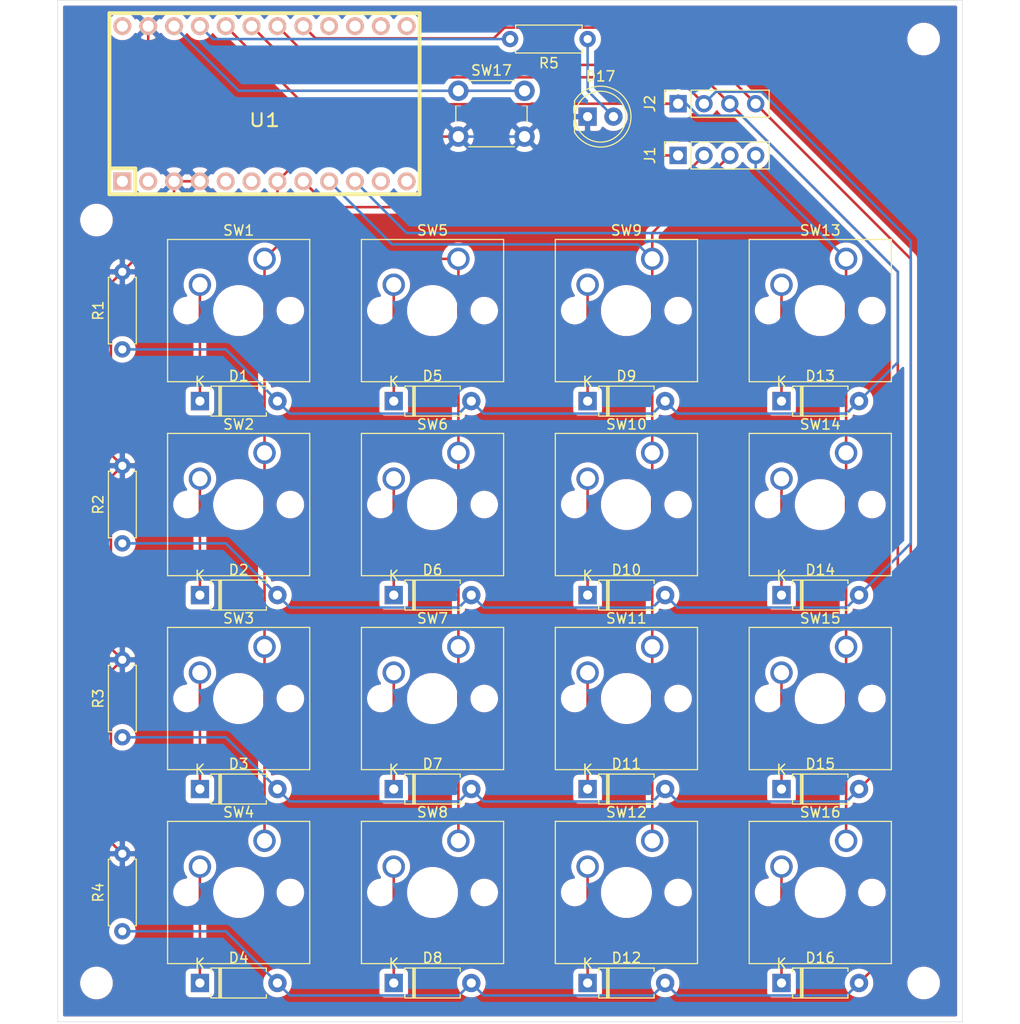
<source format=kicad_pcb>
(kicad_pcb (version 20171130) (host pcbnew "(5.1.5)-3")
  (layers (0 F.Cu signal) (31 B.Cu signal) (34 B.Paste user) (35 F.Paste user) (36 B.SilkS user) (37 F.SilkS user) (38 B.Mask user) (39 F.Mask user) (44 Edge.Cuts user))
  (net 0 "")
  (net 1 /Row0)
  (net 2 "Net-(D1-Pad1)")
  (net 3 /Row1)
  (net 4 "Net-(D2-Pad1)")
  (net 5 /Row2)
  (net 6 "Net-(D3-Pad1)")
  (net 7 /Row3)
  (net 8 "Net-(D4-Pad1)")
  (net 9 "Net-(D5-Pad1)")
  (net 10 "Net-(D6-Pad1)")
  (net 11 "Net-(D7-Pad1)")
  (net 12 "Net-(D8-Pad1)")
  (net 13 "Net-(D9-Pad1)")
  (net 14 "Net-(D10-Pad1)")
  (net 15 "Net-(D11-Pad1)")
  (net 16 "Net-(D12-Pad1)")
  (net 17 "Net-(D13-Pad1)")
  (net 18 "Net-(D14-Pad1)")
  (net 19 "Net-(D15-Pad1)")
  (net 20 "Net-(D16-Pad1)")
  (net 21 GND)
  (net 22 "Net-(D17-Pad2)")
  (net 23 /Col0)
  (net 24 /Col1)
  (net 25 /Col2)
  (net 26 /Col3)
  (net 27 /VCC)
  (net 28 /RST_SW)
  (net 29 "Net-(U1-Pad1)")
  (net 30 "Net-(U1-Pad2)")
  (net 31 "Net-(U1-Pad5)")
  (net 32 "Net-(U1-Pad6)")
  (net 33 "Net-(U1-Pad11)")
  (net 34 "Net-(U1-Pad12)")
  (net 35 "Net-(U1-Pad13)")
  (net 36 "Net-(U1-Pad14)")
  (net 37 "Net-(U1-Pad15)")
  (net 38 "Net-(U1-Pad16)")
  (net 39 "Net-(U1-Pad24)")
  (module MountingHole:MountingHole_2.2mm_M2 (layer F.Cu) (at 41.91 148.59)
    (fp_text reference REF** hide)
    (fp_text value MountingHole_2.2mm_M2)
    (pad 1 np_thru_hole circle (at 0 0) (size 2.2 2.2) (drill 2.2) (layers *.Cu *.Mask))
  )
  (module MountingHole:MountingHole_2.2mm_M2 (layer F.Cu) (at 123.19 148.59)
    (fp_text reference REF** hide)
    (fp_text value MountingHole_2.2mm_M2)
    (pad 1 np_thru_hole circle (at 0 0) (size 2.2 2.2) (drill 2.2) (layers *.Cu *.Mask))
  )
  (module MountingHole:MountingHole_2.2mm_M2 (layer F.Cu) (at 41.91 73.66)
    (fp_text reference REF** hide)
    (fp_text value MountingHole_2.2mm_M2)
    (pad 1 np_thru_hole circle (at 0 0) (size 2.2 2.2) (drill 2.2) (layers *.Cu *.Mask))
  )
  (module MountingHole:MountingHole_2.2mm_M2 (layer F.Cu) (at 123.19 55.88)
    (fp_text reference REF** hide)
    (fp_text value MountingHole_2.2mm_M2)
    (pad 1 np_thru_hole circle (at 0 0) (size 2.2 2.2) (drill 2.2) (layers *.Cu *.Mask))
  )
  (module Diode_THT:D_A-405_P7.62mm_Horizontal (layer F.Cu) (at 52.07 91.44)
    (fp_text reference D1 (at 3.81 -2.47) (layer F.SilkS))
    (fp_text value DIODE)
    (fp_text user K (at 0 -1.9) (layer F.SilkS))
    (pad 2 thru_hole oval (at 7.62 0) (size 1.8 1.8) (drill 0.9) (layers *.Cu *.Mask) (net 1 /Row0))
    (pad 1 thru_hole rect (at 0 0) (size 1.8 1.8) (drill 0.9) (layers *.Cu *.Mask) (net 2 "Net-(D1-Pad1)"))
  )
  (module Diode_THT:D_A-405_P7.62mm_Horizontal (layer F.Cu) (at 52.07 110.49)
    (fp_text reference D2 (at 3.81 -2.47) (layer F.SilkS))
    (fp_text value DIODE)
    (fp_text user K (at 0 -1.9) (layer F.SilkS))
    (pad 2 thru_hole oval (at 7.62 0) (size 1.8 1.8) (drill 0.9) (layers *.Cu *.Mask) (net 3 /Row1))
    (pad 1 thru_hole rect (at 0 0) (size 1.8 1.8) (drill 0.9) (layers *.Cu *.Mask) (net 4 "Net-(D2-Pad1)"))
  )
  (module Diode_THT:D_A-405_P7.62mm_Horizontal (layer F.Cu) (at 52.07 129.54)
    (fp_text reference D3 (at 3.81 -2.47) (layer F.SilkS))
    (fp_text value DIODE)
    (fp_text user K (at 0 -1.9) (layer F.SilkS))
    (pad 2 thru_hole oval (at 7.62 0) (size 1.8 1.8) (drill 0.9) (layers *.Cu *.Mask) (net 5 /Row2))
    (pad 1 thru_hole rect (at 0 0) (size 1.8 1.8) (drill 0.9) (layers *.Cu *.Mask) (net 6 "Net-(D3-Pad1)"))
  )
  (module Diode_THT:D_A-405_P7.62mm_Horizontal (layer F.Cu) (at 52.07 148.59)
    (fp_text reference D4 (at 3.81 -2.47) (layer F.SilkS))
    (fp_text value DIODE)
    (fp_text user K (at 0 -1.9) (layer F.SilkS))
    (pad 2 thru_hole oval (at 7.62 0) (size 1.8 1.8) (drill 0.9) (layers *.Cu *.Mask) (net 7 /Row3))
    (pad 1 thru_hole rect (at 0 0) (size 1.8 1.8) (drill 0.9) (layers *.Cu *.Mask) (net 8 "Net-(D4-Pad1)"))
  )
  (module Diode_THT:D_A-405_P7.62mm_Horizontal (layer F.Cu) (at 71.12 91.44)
    (fp_text reference D5 (at 3.81 -2.47) (layer F.SilkS))
    (fp_text value DIODE)
    (fp_text user K (at 0 -1.9) (layer F.SilkS))
    (pad 1 thru_hole rect (at 0 0) (size 1.8 1.8) (drill 0.9) (layers *.Cu *.Mask) (net 9 "Net-(D5-Pad1)"))
    (pad 2 thru_hole oval (at 7.62 0) (size 1.8 1.8) (drill 0.9) (layers *.Cu *.Mask) (net 1 /Row0))
  )
  (module Diode_THT:D_A-405_P7.62mm_Horizontal (layer F.Cu) (at 71.12 110.49)
    (fp_text reference D6 (at 3.81 -2.47) (layer F.SilkS))
    (fp_text value DIODE)
    (fp_text user K (at 0 -1.9) (layer F.SilkS))
    (pad 1 thru_hole rect (at 0 0) (size 1.8 1.8) (drill 0.9) (layers *.Cu *.Mask) (net 10 "Net-(D6-Pad1)"))
    (pad 2 thru_hole oval (at 7.62 0) (size 1.8 1.8) (drill 0.9) (layers *.Cu *.Mask) (net 3 /Row1))
  )
  (module Diode_THT:D_A-405_P7.62mm_Horizontal (layer F.Cu) (at 71.12 129.54)
    (fp_text reference D7 (at 3.81 -2.47) (layer F.SilkS))
    (fp_text value DIODE)
    (fp_text user K (at 0 -1.9) (layer F.SilkS))
    (pad 1 thru_hole rect (at 0 0) (size 1.8 1.8) (drill 0.9) (layers *.Cu *.Mask) (net 11 "Net-(D7-Pad1)"))
    (pad 2 thru_hole oval (at 7.62 0) (size 1.8 1.8) (drill 0.9) (layers *.Cu *.Mask) (net 5 /Row2))
  )
  (module Diode_THT:D_A-405_P7.62mm_Horizontal (layer F.Cu) (at 71.12 148.59)
    (fp_text reference D8 (at 3.81 -2.47) (layer F.SilkS))
    (fp_text value DIODE)
    (fp_text user K (at 0 -1.9) (layer F.SilkS))
    (pad 1 thru_hole rect (at 0 0) (size 1.8 1.8) (drill 0.9) (layers *.Cu *.Mask) (net 12 "Net-(D8-Pad1)"))
    (pad 2 thru_hole oval (at 7.62 0) (size 1.8 1.8) (drill 0.9) (layers *.Cu *.Mask) (net 7 /Row3))
  )
  (module Diode_THT:D_A-405_P7.62mm_Horizontal (layer F.Cu) (at 90.17 91.44)
    (fp_text reference D9 (at 3.81 -2.47) (layer F.SilkS))
    (fp_text value DIODE)
    (fp_text user K (at 0 -1.9) (layer F.SilkS))
    (pad 2 thru_hole oval (at 7.62 0) (size 1.8 1.8) (drill 0.9) (layers *.Cu *.Mask) (net 1 /Row0))
    (pad 1 thru_hole rect (at 0 0) (size 1.8 1.8) (drill 0.9) (layers *.Cu *.Mask) (net 13 "Net-(D9-Pad1)"))
  )
  (module Diode_THT:D_A-405_P7.62mm_Horizontal (layer F.Cu) (at 90.17 110.49)
    (fp_text reference D10 (at 3.81 -2.47) (layer F.SilkS))
    (fp_text value DIODE)
    (fp_text user K (at 0 -1.9) (layer F.SilkS))
    (pad 2 thru_hole oval (at 7.62 0) (size 1.8 1.8) (drill 0.9) (layers *.Cu *.Mask) (net 3 /Row1))
    (pad 1 thru_hole rect (at 0 0) (size 1.8 1.8) (drill 0.9) (layers *.Cu *.Mask) (net 14 "Net-(D10-Pad1)"))
  )
  (module Diode_THT:D_A-405_P7.62mm_Horizontal (layer F.Cu) (at 90.17 129.54)
    (fp_text reference D11 (at 3.81 -2.47) (layer F.SilkS))
    (fp_text value DIODE)
    (fp_text user K (at 0 -1.9) (layer F.SilkS))
    (pad 2 thru_hole oval (at 7.62 0) (size 1.8 1.8) (drill 0.9) (layers *.Cu *.Mask) (net 5 /Row2))
    (pad 1 thru_hole rect (at 0 0) (size 1.8 1.8) (drill 0.9) (layers *.Cu *.Mask) (net 15 "Net-(D11-Pad1)"))
  )
  (module Diode_THT:D_A-405_P7.62mm_Horizontal (layer F.Cu) (at 90.17 148.59)
    (fp_text reference D12 (at 3.81 -2.47) (layer F.SilkS))
    (fp_text value DIODE)
    (fp_text user K (at 0 -1.9) (layer F.SilkS))
    (pad 2 thru_hole oval (at 7.62 0) (size 1.8 1.8) (drill 0.9) (layers *.Cu *.Mask) (net 7 /Row3))
    (pad 1 thru_hole rect (at 0 0) (size 1.8 1.8) (drill 0.9) (layers *.Cu *.Mask) (net 16 "Net-(D12-Pad1)"))
  )
  (module Diode_THT:D_A-405_P7.62mm_Horizontal (layer F.Cu) (at 109.22 91.44)
    (fp_text reference D13 (at 3.81 -2.47) (layer F.SilkS))
    (fp_text value DIODE)
    (fp_text user K (at 0 -1.9) (layer F.SilkS))
    (pad 1 thru_hole rect (at 0 0) (size 1.8 1.8) (drill 0.9) (layers *.Cu *.Mask) (net 17 "Net-(D13-Pad1)"))
    (pad 2 thru_hole oval (at 7.62 0) (size 1.8 1.8) (drill 0.9) (layers *.Cu *.Mask) (net 1 /Row0))
  )
  (module Diode_THT:D_A-405_P7.62mm_Horizontal (layer F.Cu) (at 109.22 110.49)
    (fp_text reference D14 (at 3.81 -2.47) (layer F.SilkS))
    (fp_text value DIODE)
    (fp_text user K (at 0 -1.9) (layer F.SilkS))
    (pad 1 thru_hole rect (at 0 0) (size 1.8 1.8) (drill 0.9) (layers *.Cu *.Mask) (net 18 "Net-(D14-Pad1)"))
    (pad 2 thru_hole oval (at 7.62 0) (size 1.8 1.8) (drill 0.9) (layers *.Cu *.Mask) (net 3 /Row1))
  )
  (module Diode_THT:D_A-405_P7.62mm_Horizontal (layer F.Cu) (at 109.22 129.54)
    (fp_text reference D15 (at 3.81 -2.47) (layer F.SilkS))
    (fp_text value DIODE)
    (fp_text user K (at 0 -1.9) (layer F.SilkS))
    (pad 1 thru_hole rect (at 0 0) (size 1.8 1.8) (drill 0.9) (layers *.Cu *.Mask) (net 19 "Net-(D15-Pad1)"))
    (pad 2 thru_hole oval (at 7.62 0) (size 1.8 1.8) (drill 0.9) (layers *.Cu *.Mask) (net 5 /Row2))
  )
  (module Diode_THT:D_A-405_P7.62mm_Horizontal (layer F.Cu) (at 109.22 148.59)
    (fp_text reference D16 (at 3.81 -2.47) (layer F.SilkS))
    (fp_text value DIODE)
    (fp_text user K (at 0 -1.9) (layer F.SilkS))
    (pad 1 thru_hole rect (at 0 0) (size 1.8 1.8) (drill 0.9) (layers *.Cu *.Mask) (net 20 "Net-(D16-Pad1)"))
    (pad 2 thru_hole oval (at 7.62 0) (size 1.8 1.8) (drill 0.9) (layers *.Cu *.Mask) (net 7 /Row3))
  )
  (module LED_THT:LED_D5.0mm (layer F.Cu) (at 90.17 63.5)
    (fp_text reference D17 (at 1.27 -3.96) (layer F.SilkS))
    (fp_text value LED)
    (pad 1 thru_hole rect (at 0 0) (size 1.8 1.8) (drill 0.9) (layers *.Cu *.Mask) (net 21 GND))
    (pad 2 thru_hole circle (at 2.54 0) (size 1.8 1.8) (drill 0.9) (layers *.Cu *.Mask) (net 22 "Net-(D17-Pad2)"))
  )
  (module Connector_PinSocket_2.54mm:PinSocket_1x04_P2.54mm_Vertical (layer F.Cu) (at 99.06 67.31 90)
    (fp_text reference J1 (at 0 -2.77 90) (layer F.SilkS))
    (fp_text value Conn_01x04_Female)
    (pad 1 thru_hole rect (at 0 0 90) (size 1.7 1.7) (drill 1) (layers *.Cu *.Mask) (net 23 /Col0))
    (pad 2 thru_hole oval (at 0 2.54 90) (size 1.7 1.7) (drill 1) (layers *.Cu *.Mask) (net 24 /Col1))
    (pad 3 thru_hole oval (at 0 5.08 90) (size 1.7 1.7) (drill 1) (layers *.Cu *.Mask) (net 25 /Col2))
    (pad 4 thru_hole oval (at 0 7.62 90) (size 1.7 1.7) (drill 1) (layers *.Cu *.Mask) (net 26 /Col3))
  )
  (module Connector_PinSocket_2.54mm:PinSocket_1x04_P2.54mm_Vertical (layer F.Cu) (at 99.06 62.23 90)
    (fp_text reference J2 (at 0 -2.77 90) (layer F.SilkS))
    (fp_text value Conn_01x04_Female)
    (pad 4 thru_hole oval (at 0 7.62 90) (size 1.7 1.7) (drill 1) (layers *.Cu *.Mask) (net 7 /Row3))
    (pad 3 thru_hole oval (at 0 5.08 90) (size 1.7 1.7) (drill 1) (layers *.Cu *.Mask) (net 5 /Row2))
    (pad 2 thru_hole oval (at 0 2.54 90) (size 1.7 1.7) (drill 1) (layers *.Cu *.Mask) (net 3 /Row1))
    (pad 1 thru_hole rect (at 0 0 90) (size 1.7 1.7) (drill 1) (layers *.Cu *.Mask) (net 1 /Row0))
  )
  (module Resistor_THT:R_Axial_DIN0207_L6.3mm_D2.5mm_P7.62mm_Horizontal (layer F.Cu) (at 44.45 86.36 90)
    (fp_text reference R1 (at 3.81 -2.37 90) (layer F.SilkS))
    (fp_text value R)
    (pad 2 thru_hole oval (at 7.62 0 90) (size 1.6 1.6) (drill 0.8) (layers *.Cu *.Mask) (net 21 GND))
    (pad 1 thru_hole circle (at 0 0 90) (size 1.6 1.6) (drill 0.8) (layers *.Cu *.Mask) (net 1 /Row0))
  )
  (module Resistor_THT:R_Axial_DIN0207_L6.3mm_D2.5mm_P7.62mm_Horizontal (layer F.Cu) (at 44.45 105.41 90)
    (fp_text reference R2 (at 3.81 -2.37 90) (layer F.SilkS))
    (fp_text value R)
    (pad 2 thru_hole oval (at 7.62 0 90) (size 1.6 1.6) (drill 0.8) (layers *.Cu *.Mask) (net 21 GND))
    (pad 1 thru_hole circle (at 0 0 90) (size 1.6 1.6) (drill 0.8) (layers *.Cu *.Mask) (net 3 /Row1))
  )
  (module Resistor_THT:R_Axial_DIN0207_L6.3mm_D2.5mm_P7.62mm_Horizontal (layer F.Cu) (at 44.45 124.46 90)
    (fp_text reference R3 (at 3.81 -2.37 90) (layer F.SilkS))
    (fp_text value R)
    (pad 1 thru_hole circle (at 0 0 90) (size 1.6 1.6) (drill 0.8) (layers *.Cu *.Mask) (net 5 /Row2))
    (pad 2 thru_hole oval (at 7.62 0 90) (size 1.6 1.6) (drill 0.8) (layers *.Cu *.Mask) (net 21 GND))
  )
  (module Resistor_THT:R_Axial_DIN0207_L6.3mm_D2.5mm_P7.62mm_Horizontal (layer F.Cu) (at 44.45 143.51 90)
    (fp_text reference R4 (at 3.81 -2.37 90) (layer F.SilkS))
    (fp_text value R)
    (pad 1 thru_hole circle (at 0 0 90) (size 1.6 1.6) (drill 0.8) (layers *.Cu *.Mask) (net 7 /Row3))
    (pad 2 thru_hole oval (at 7.62 0 90) (size 1.6 1.6) (drill 0.8) (layers *.Cu *.Mask) (net 21 GND))
  )
  (module Resistor_THT:R_Axial_DIN0207_L6.3mm_D2.5mm_P7.62mm_Horizontal (layer F.Cu) (at 90.17 55.88 180)
    (fp_text reference R5 (at 3.81 -2.37) (layer F.SilkS))
    (fp_text value R)
    (pad 1 thru_hole circle (at 0 0 180) (size 1.6 1.6) (drill 0.8) (layers *.Cu *.Mask) (net 22 "Net-(D17-Pad2)"))
    (pad 2 thru_hole oval (at 7.62 0 180) (size 1.6 1.6) (drill 0.8) (layers *.Cu *.Mask) (net 27 /VCC))
  )
  (module Button_Switch_Keyboard:SW_Cherry_MX_1.00u_PCB (layer F.Cu) (at 58.42 77.47)
    (fp_text reference SW1 (at -2.54 -2.794) (layer F.SilkS))
    (fp_text value SW_PUSH)
    (pad 1 thru_hole circle (at 0 0) (size 2.2 2.2) (drill 1.5) (layers *.Cu *.Mask) (net 23 /Col0))
    (pad 2 thru_hole circle (at -6.35 2.54) (size 2.2 2.2) (drill 1.5) (layers *.Cu *.Mask) (net 2 "Net-(D1-Pad1)"))
    (pad "" np_thru_hole circle (at -2.54 5.08) (size 4 4) (drill 4) (layers *.Cu *.Mask))
    (pad "" np_thru_hole circle (at -7.62 5.08) (size 1.7 1.7) (drill 1.7) (layers *.Cu *.Mask))
    (pad "" np_thru_hole circle (at 2.54 5.08) (size 1.7 1.7) (drill 1.7) (layers *.Cu *.Mask))
  )
  (module Button_Switch_Keyboard:SW_Cherry_MX_1.00u_PCB (layer F.Cu) (at 58.42 96.52)
    (fp_text reference SW2 (at -2.54 -2.794) (layer F.SilkS))
    (fp_text value SW_PUSH)
    (pad 1 thru_hole circle (at 0 0) (size 2.2 2.2) (drill 1.5) (layers *.Cu *.Mask) (net 23 /Col0))
    (pad 2 thru_hole circle (at -6.35 2.54) (size 2.2 2.2) (drill 1.5) (layers *.Cu *.Mask) (net 4 "Net-(D2-Pad1)"))
    (pad "" np_thru_hole circle (at -2.54 5.08) (size 4 4) (drill 4) (layers *.Cu *.Mask))
    (pad "" np_thru_hole circle (at -7.62 5.08) (size 1.7 1.7) (drill 1.7) (layers *.Cu *.Mask))
    (pad "" np_thru_hole circle (at 2.54 5.08) (size 1.7 1.7) (drill 1.7) (layers *.Cu *.Mask))
  )
  (module Button_Switch_Keyboard:SW_Cherry_MX_1.00u_PCB (layer F.Cu) (at 58.42 115.57)
    (fp_text reference SW3 (at -2.54 -2.794) (layer F.SilkS))
    (fp_text value SW_PUSH)
    (pad 1 thru_hole circle (at 0 0) (size 2.2 2.2) (drill 1.5) (layers *.Cu *.Mask) (net 23 /Col0))
    (pad 2 thru_hole circle (at -6.35 2.54) (size 2.2 2.2) (drill 1.5) (layers *.Cu *.Mask) (net 6 "Net-(D3-Pad1)"))
    (pad "" np_thru_hole circle (at -2.54 5.08) (size 4 4) (drill 4) (layers *.Cu *.Mask))
    (pad "" np_thru_hole circle (at -7.62 5.08) (size 1.7 1.7) (drill 1.7) (layers *.Cu *.Mask))
    (pad "" np_thru_hole circle (at 2.54 5.08) (size 1.7 1.7) (drill 1.7) (layers *.Cu *.Mask))
  )
  (module Button_Switch_Keyboard:SW_Cherry_MX_1.00u_PCB (layer F.Cu) (at 58.42 134.62)
    (fp_text reference SW4 (at -2.54 -2.794) (layer F.SilkS))
    (fp_text value SW_PUSH)
    (pad 1 thru_hole circle (at 0 0) (size 2.2 2.2) (drill 1.5) (layers *.Cu *.Mask) (net 23 /Col0))
    (pad 2 thru_hole circle (at -6.35 2.54) (size 2.2 2.2) (drill 1.5) (layers *.Cu *.Mask) (net 8 "Net-(D4-Pad1)"))
    (pad "" np_thru_hole circle (at -2.54 5.08) (size 4 4) (drill 4) (layers *.Cu *.Mask))
    (pad "" np_thru_hole circle (at -7.62 5.08) (size 1.7 1.7) (drill 1.7) (layers *.Cu *.Mask))
    (pad "" np_thru_hole circle (at 2.54 5.08) (size 1.7 1.7) (drill 1.7) (layers *.Cu *.Mask))
  )
  (module Button_Switch_Keyboard:SW_Cherry_MX_1.00u_PCB (layer F.Cu) (at 77.47 77.47)
    (fp_text reference SW5 (at -2.54 -2.794) (layer F.SilkS))
    (fp_text value SW_PUSH)
    (pad "" np_thru_hole circle (at 2.54 5.08) (size 1.7 1.7) (drill 1.7) (layers *.Cu *.Mask))
    (pad "" np_thru_hole circle (at -7.62 5.08) (size 1.7 1.7) (drill 1.7) (layers *.Cu *.Mask))
    (pad "" np_thru_hole circle (at -2.54 5.08) (size 4 4) (drill 4) (layers *.Cu *.Mask))
    (pad 2 thru_hole circle (at -6.35 2.54) (size 2.2 2.2) (drill 1.5) (layers *.Cu *.Mask) (net 9 "Net-(D5-Pad1)"))
    (pad 1 thru_hole circle (at 0 0) (size 2.2 2.2) (drill 1.5) (layers *.Cu *.Mask) (net 24 /Col1))
  )
  (module Button_Switch_Keyboard:SW_Cherry_MX_1.00u_PCB (layer F.Cu) (at 77.47 96.52)
    (fp_text reference SW6 (at -2.54 -2.794) (layer F.SilkS))
    (fp_text value SW_PUSH)
    (pad 1 thru_hole circle (at 0 0) (size 2.2 2.2) (drill 1.5) (layers *.Cu *.Mask) (net 24 /Col1))
    (pad 2 thru_hole circle (at -6.35 2.54) (size 2.2 2.2) (drill 1.5) (layers *.Cu *.Mask) (net 10 "Net-(D6-Pad1)"))
    (pad "" np_thru_hole circle (at -2.54 5.08) (size 4 4) (drill 4) (layers *.Cu *.Mask))
    (pad "" np_thru_hole circle (at -7.62 5.08) (size 1.7 1.7) (drill 1.7) (layers *.Cu *.Mask))
    (pad "" np_thru_hole circle (at 2.54 5.08) (size 1.7 1.7) (drill 1.7) (layers *.Cu *.Mask))
  )
  (module Button_Switch_Keyboard:SW_Cherry_MX_1.00u_PCB (layer F.Cu) (at 77.47 115.57)
    (fp_text reference SW7 (at -2.54 -2.794) (layer F.SilkS))
    (fp_text value SW_PUSH)
    (pad "" np_thru_hole circle (at 2.54 5.08) (size 1.7 1.7) (drill 1.7) (layers *.Cu *.Mask))
    (pad "" np_thru_hole circle (at -7.62 5.08) (size 1.7 1.7) (drill 1.7) (layers *.Cu *.Mask))
    (pad "" np_thru_hole circle (at -2.54 5.08) (size 4 4) (drill 4) (layers *.Cu *.Mask))
    (pad 2 thru_hole circle (at -6.35 2.54) (size 2.2 2.2) (drill 1.5) (layers *.Cu *.Mask) (net 11 "Net-(D7-Pad1)"))
    (pad 1 thru_hole circle (at 0 0) (size 2.2 2.2) (drill 1.5) (layers *.Cu *.Mask) (net 24 /Col1))
  )
  (module Button_Switch_Keyboard:SW_Cherry_MX_1.00u_PCB (layer F.Cu) (at 77.47 134.62)
    (fp_text reference SW8 (at -2.54 -2.794) (layer F.SilkS))
    (fp_text value SW_PUSH)
    (pad "" np_thru_hole circle (at 2.54 5.08) (size 1.7 1.7) (drill 1.7) (layers *.Cu *.Mask))
    (pad "" np_thru_hole circle (at -7.62 5.08) (size 1.7 1.7) (drill 1.7) (layers *.Cu *.Mask))
    (pad "" np_thru_hole circle (at -2.54 5.08) (size 4 4) (drill 4) (layers *.Cu *.Mask))
    (pad 2 thru_hole circle (at -6.35 2.54) (size 2.2 2.2) (drill 1.5) (layers *.Cu *.Mask) (net 12 "Net-(D8-Pad1)"))
    (pad 1 thru_hole circle (at 0 0) (size 2.2 2.2) (drill 1.5) (layers *.Cu *.Mask) (net 24 /Col1))
  )
  (module Button_Switch_Keyboard:SW_Cherry_MX_1.00u_PCB (layer F.Cu) (at 96.52 77.47)
    (fp_text reference SW9 (at -2.54 -2.794) (layer F.SilkS))
    (fp_text value SW_PUSH)
    (pad 1 thru_hole circle (at 0 0) (size 2.2 2.2) (drill 1.5) (layers *.Cu *.Mask) (net 25 /Col2))
    (pad 2 thru_hole circle (at -6.35 2.54) (size 2.2 2.2) (drill 1.5) (layers *.Cu *.Mask) (net 13 "Net-(D9-Pad1)"))
    (pad "" np_thru_hole circle (at -2.54 5.08) (size 4 4) (drill 4) (layers *.Cu *.Mask))
    (pad "" np_thru_hole circle (at -7.62 5.08) (size 1.7 1.7) (drill 1.7) (layers *.Cu *.Mask))
    (pad "" np_thru_hole circle (at 2.54 5.08) (size 1.7 1.7) (drill 1.7) (layers *.Cu *.Mask))
  )
  (module Button_Switch_Keyboard:SW_Cherry_MX_1.00u_PCB (layer F.Cu) (at 96.52 96.52)
    (fp_text reference SW10 (at -2.54 -2.794) (layer F.SilkS))
    (fp_text value SW_PUSH)
    (pad 1 thru_hole circle (at 0 0) (size 2.2 2.2) (drill 1.5) (layers *.Cu *.Mask) (net 25 /Col2))
    (pad 2 thru_hole circle (at -6.35 2.54) (size 2.2 2.2) (drill 1.5) (layers *.Cu *.Mask) (net 14 "Net-(D10-Pad1)"))
    (pad "" np_thru_hole circle (at -2.54 5.08) (size 4 4) (drill 4) (layers *.Cu *.Mask))
    (pad "" np_thru_hole circle (at -7.62 5.08) (size 1.7 1.7) (drill 1.7) (layers *.Cu *.Mask))
    (pad "" np_thru_hole circle (at 2.54 5.08) (size 1.7 1.7) (drill 1.7) (layers *.Cu *.Mask))
  )
  (module Button_Switch_Keyboard:SW_Cherry_MX_1.00u_PCB (layer F.Cu) (at 96.52 115.57)
    (fp_text reference SW11 (at -2.54 -2.794) (layer F.SilkS))
    (fp_text value SW_PUSH)
    (pad 1 thru_hole circle (at 0 0) (size 2.2 2.2) (drill 1.5) (layers *.Cu *.Mask) (net 25 /Col2))
    (pad 2 thru_hole circle (at -6.35 2.54) (size 2.2 2.2) (drill 1.5) (layers *.Cu *.Mask) (net 15 "Net-(D11-Pad1)"))
    (pad "" np_thru_hole circle (at -2.54 5.08) (size 4 4) (drill 4) (layers *.Cu *.Mask))
    (pad "" np_thru_hole circle (at -7.62 5.08) (size 1.7 1.7) (drill 1.7) (layers *.Cu *.Mask))
    (pad "" np_thru_hole circle (at 2.54 5.08) (size 1.7 1.7) (drill 1.7) (layers *.Cu *.Mask))
  )
  (module Button_Switch_Keyboard:SW_Cherry_MX_1.00u_PCB (layer F.Cu) (at 96.52 134.62)
    (fp_text reference SW12 (at -2.54 -2.794) (layer F.SilkS))
    (fp_text value SW_PUSH)
    (pad 1 thru_hole circle (at 0 0) (size 2.2 2.2) (drill 1.5) (layers *.Cu *.Mask) (net 25 /Col2))
    (pad 2 thru_hole circle (at -6.35 2.54) (size 2.2 2.2) (drill 1.5) (layers *.Cu *.Mask) (net 16 "Net-(D12-Pad1)"))
    (pad "" np_thru_hole circle (at -2.54 5.08) (size 4 4) (drill 4) (layers *.Cu *.Mask))
    (pad "" np_thru_hole circle (at -7.62 5.08) (size 1.7 1.7) (drill 1.7) (layers *.Cu *.Mask))
    (pad "" np_thru_hole circle (at 2.54 5.08) (size 1.7 1.7) (drill 1.7) (layers *.Cu *.Mask))
  )
  (module Button_Switch_Keyboard:SW_Cherry_MX_1.00u_PCB (layer F.Cu) (at 115.57 77.47)
    (fp_text reference SW13 (at -2.54 -2.794) (layer F.SilkS))
    (fp_text value SW_PUSH)
    (pad "" np_thru_hole circle (at 2.54 5.08) (size 1.7 1.7) (drill 1.7) (layers *.Cu *.Mask))
    (pad "" np_thru_hole circle (at -7.62 5.08) (size 1.7 1.7) (drill 1.7) (layers *.Cu *.Mask))
    (pad "" np_thru_hole circle (at -2.54 5.08) (size 4 4) (drill 4) (layers *.Cu *.Mask))
    (pad 2 thru_hole circle (at -6.35 2.54) (size 2.2 2.2) (drill 1.5) (layers *.Cu *.Mask) (net 17 "Net-(D13-Pad1)"))
    (pad 1 thru_hole circle (at 0 0) (size 2.2 2.2) (drill 1.5) (layers *.Cu *.Mask) (net 26 /Col3))
  )
  (module Button_Switch_Keyboard:SW_Cherry_MX_1.00u_PCB (layer F.Cu) (at 115.57 96.52)
    (fp_text reference SW14 (at -2.54 -2.794) (layer F.SilkS))
    (fp_text value SW_PUSH)
    (pad "" np_thru_hole circle (at 2.54 5.08) (size 1.7 1.7) (drill 1.7) (layers *.Cu *.Mask))
    (pad "" np_thru_hole circle (at -7.62 5.08) (size 1.7 1.7) (drill 1.7) (layers *.Cu *.Mask))
    (pad "" np_thru_hole circle (at -2.54 5.08) (size 4 4) (drill 4) (layers *.Cu *.Mask))
    (pad 2 thru_hole circle (at -6.35 2.54) (size 2.2 2.2) (drill 1.5) (layers *.Cu *.Mask) (net 18 "Net-(D14-Pad1)"))
    (pad 1 thru_hole circle (at 0 0) (size 2.2 2.2) (drill 1.5) (layers *.Cu *.Mask) (net 26 /Col3))
  )
  (module Button_Switch_Keyboard:SW_Cherry_MX_1.00u_PCB (layer F.Cu) (at 115.57 115.57)
    (fp_text reference SW15 (at -2.54 -2.794) (layer F.SilkS))
    (fp_text value SW_PUSH)
    (pad "" np_thru_hole circle (at 2.54 5.08) (size 1.7 1.7) (drill 1.7) (layers *.Cu *.Mask))
    (pad "" np_thru_hole circle (at -7.62 5.08) (size 1.7 1.7) (drill 1.7) (layers *.Cu *.Mask))
    (pad "" np_thru_hole circle (at -2.54 5.08) (size 4 4) (drill 4) (layers *.Cu *.Mask))
    (pad 2 thru_hole circle (at -6.35 2.54) (size 2.2 2.2) (drill 1.5) (layers *.Cu *.Mask) (net 19 "Net-(D15-Pad1)"))
    (pad 1 thru_hole circle (at 0 0) (size 2.2 2.2) (drill 1.5) (layers *.Cu *.Mask) (net 26 /Col3))
  )
  (module Button_Switch_Keyboard:SW_Cherry_MX_1.00u_PCB (layer F.Cu) (at 115.57 134.62)
    (fp_text reference SW16 (at -2.54 -2.794) (layer F.SilkS))
    (fp_text value SW_PUSH)
    (pad "" np_thru_hole circle (at 2.54 5.08) (size 1.7 1.7) (drill 1.7) (layers *.Cu *.Mask))
    (pad "" np_thru_hole circle (at -7.62 5.08) (size 1.7 1.7) (drill 1.7) (layers *.Cu *.Mask))
    (pad "" np_thru_hole circle (at -2.54 5.08) (size 4 4) (drill 4) (layers *.Cu *.Mask))
    (pad 2 thru_hole circle (at -6.35 2.54) (size 2.2 2.2) (drill 1.5) (layers *.Cu *.Mask) (net 20 "Net-(D16-Pad1)"))
    (pad 1 thru_hole circle (at 0 0) (size 2.2 2.2) (drill 1.5) (layers *.Cu *.Mask) (net 26 /Col3))
  )
  (module keebs:Pro_Micro (layer F.Cu) (at 58.42 62.23)
    (fp_text reference U1 (at 0 1.625) (layer F.SilkS) (effects (font (size 1.27 1.524) (thickness 0.2032))))
    (fp_text value ProMicro hide)
    (pad 1 thru_hole rect (at -13.97 7.62) (size 1.7526 1.7526) (drill 1.0922) (layers *.Cu *.SilkS *.Mask) (net 29 "Net-(U1-Pad1)"))
    (pad 2 thru_hole circle (at -11.43 7.62) (size 1.7526 1.7526) (drill 1.0922) (layers *.Cu *.SilkS *.Mask) (net 30 "Net-(U1-Pad2)"))
    (pad 3 thru_hole circle (at -8.89 7.62) (size 1.7526 1.7526) (drill 1.0922) (layers *.Cu *.SilkS *.Mask) (net 21 GND))
    (pad 4 thru_hole circle (at -6.35 7.62) (size 1.7526 1.7526) (drill 1.0922) (layers *.Cu *.SilkS *.Mask) (net 21 GND))
    (pad 5 thru_hole circle (at -3.81 7.62) (size 1.7526 1.7526) (drill 1.0922) (layers *.Cu *.SilkS *.Mask) (net 31 "Net-(U1-Pad5)"))
    (pad 6 thru_hole circle (at -1.27 7.62) (size 1.7526 1.7526) (drill 1.0922) (layers *.Cu *.SilkS *.Mask) (net 32 "Net-(U1-Pad6)"))
    (pad 7 thru_hole circle (at 1.27 7.62) (size 1.7526 1.7526) (drill 1.0922) (layers *.Cu *.SilkS *.Mask) (net 23 /Col0))
    (pad 8 thru_hole circle (at 3.81 7.62) (size 1.7526 1.7526) (drill 1.0922) (layers *.Cu *.SilkS *.Mask) (net 24 /Col1))
    (pad 9 thru_hole circle (at 6.35 7.62) (size 1.7526 1.7526) (drill 1.0922) (layers *.Cu *.SilkS *.Mask) (net 25 /Col2))
    (pad 10 thru_hole circle (at 8.89 7.62) (size 1.7526 1.7526) (drill 1.0922) (layers *.Cu *.SilkS *.Mask) (net 26 /Col3))
    (pad 11 thru_hole circle (at 11.43 7.62) (size 1.7526 1.7526) (drill 1.0922) (layers *.Cu *.SilkS *.Mask) (net 33 "Net-(U1-Pad11)"))
    (pad 12 thru_hole circle (at 13.97 7.62) (size 1.7526 1.7526) (drill 1.0922) (layers *.Cu *.SilkS *.Mask) (net 34 "Net-(U1-Pad12)"))
    (pad 13 thru_hole circle (at 13.97 -7.62) (size 1.7526 1.7526) (drill 1.0922) (layers *.Cu *.SilkS *.Mask) (net 35 "Net-(U1-Pad13)"))
    (pad 14 thru_hole circle (at 11.43 -7.62) (size 1.7526 1.7526) (drill 1.0922) (layers *.Cu *.SilkS *.Mask) (net 36 "Net-(U1-Pad14)"))
    (pad 15 thru_hole circle (at 8.89 -7.62) (size 1.7526 1.7526) (drill 1.0922) (layers *.Cu *.SilkS *.Mask) (net 37 "Net-(U1-Pad15)"))
    (pad 16 thru_hole circle (at 6.35 -7.62) (size 1.7526 1.7526) (drill 1.0922) (layers *.Cu *.SilkS *.Mask) (net 38 "Net-(U1-Pad16)"))
    (pad 17 thru_hole circle (at 3.81 -7.62) (size 1.7526 1.7526) (drill 1.0922) (layers *.Cu *.SilkS *.Mask) (net 7 /Row3))
    (pad 18 thru_hole circle (at 1.27 -7.62) (size 1.7526 1.7526) (drill 1.0922) (layers *.Cu *.SilkS *.Mask) (net 5 /Row2))
    (pad 19 thru_hole circle (at -1.27 -7.62) (size 1.7526 1.7526) (drill 1.0922) (layers *.Cu *.SilkS *.Mask) (net 3 /Row1))
    (pad 20 thru_hole circle (at -3.81 -7.62) (size 1.7526 1.7526) (drill 1.0922) (layers *.Cu *.SilkS *.Mask) (net 1 /Row0))
    (pad 21 thru_hole circle (at -6.35 -7.62) (size 1.7526 1.7526) (drill 1.0922) (layers *.Cu *.SilkS *.Mask) (net 27 /VCC))
    (pad 22 thru_hole circle (at -8.89 -7.62) (size 1.7526 1.7526) (drill 1.0922) (layers *.Cu *.SilkS *.Mask) (net 28 /RST_SW))
    (pad 23 thru_hole circle (at -11.43 -7.62) (size 1.7526 1.7526) (drill 1.0922) (layers *.Cu *.SilkS *.Mask) (net 21 GND))
    (pad 24 thru_hole circle (at -13.97 -7.62) (size 1.7526 1.7526) (drill 1.0922) (layers *.Cu *.SilkS *.Mask) (net 39 "Net-(U1-Pad24)"))
  )
  (module Button_Switch_THT:SW_PUSH_6mm (layer F.Cu) (at 77.47 60.96)
    (fp_text reference SW17 (at 3.25 -2) (layer F.SilkS))
    (fp_text value SW_Push)
    (pad 2 thru_hole circle (at 0 4.5 90) (size 2 2) (drill 1.1) (layers *.Cu *.Mask) (net 21 GND))
    (pad 1 thru_hole circle (at 0 0 90) (size 2 2) (drill 1.1) (layers *.Cu *.Mask) (net 28 /RST_SW))
    (pad 2 thru_hole circle (at 6.5 4.5 90) (size 2 2) (drill 1.1) (layers *.Cu *.Mask) (net 21 GND))
    (pad 1 thru_hole circle (at 6.5 0 90) (size 2 2) (drill 1.1) (layers *.Cu *.Mask) (net 28 /RST_SW))
  )
  (gr_line (start 38.1 152.4) (end 38.1 52.07) (layer Edge.Cuts) (width 0.05))
  (gr_line (start 127 52.07) (end 127 152.4) (layer Edge.Cuts) (width 0.05))
  (gr_line (start 38.1 52.07) (end 127 52.07) (layer Edge.Cuts) (width 0.05))
  (gr_line (start 127 152.4) (end 38.1 152.4) (layer Edge.Cuts) (width 0.05))
  (segment (start 77.840001 92.339999) (end 78.74 91.44) (width 0.25) (layer B.Cu) (net 1))
  (segment (start 77.514999 92.665001) (end 77.840001 92.339999) (width 0.25) (layer B.Cu) (net 1))
  (segment (start 60.915001 92.665001) (end 77.514999 92.665001) (width 0.25) (layer B.Cu) (net 1))
  (segment (start 59.69 91.44) (end 60.915001 92.665001) (width 0.25) (layer B.Cu) (net 1))
  (segment (start 96.890001 92.339999) (end 97.79 91.44) (width 0.25) (layer B.Cu) (net 1))
  (segment (start 96.564999 92.665001) (end 96.890001 92.339999) (width 0.25) (layer B.Cu) (net 1))
  (segment (start 79.965001 92.665001) (end 96.564999 92.665001) (width 0.25) (layer B.Cu) (net 1))
  (segment (start 78.74 91.44) (end 79.965001 92.665001) (width 0.25) (layer B.Cu) (net 1))
  (segment (start 115.940001 92.339999) (end 116.84 91.44) (width 0.25) (layer B.Cu) (net 1))
  (segment (start 115.614999 92.665001) (end 115.940001 92.339999) (width 0.25) (layer B.Cu) (net 1))
  (segment (start 99.015001 92.665001) (end 115.614999 92.665001) (width 0.25) (layer B.Cu) (net 1))
  (segment (start 97.79 91.44) (end 99.015001 92.665001) (width 0.25) (layer B.Cu) (net 1))
  (segment (start 59.69 91.44) (end 54.61 86.36) (width 0.25) (layer B.Cu) (net 1))
  (segment (start 54.61 86.36) (end 44.45 86.36) (width 0.25) (layer B.Cu) (net 1))
  (segment (start 55.486299 55.486299) (end 54.61 54.61) (width 0.25) (layer F.Cu) (net 1))
  (segment (start 84.606001 62.285001) (end 62.285001 62.285001) (width 0.25) (layer F.Cu) (net 1))
  (segment (start 62.285001 62.285001) (end 55.486299 55.486299) (width 0.25) (layer F.Cu) (net 1))
  (segment (start 84.661002 62.23) (end 84.606001 62.285001) (width 0.25) (layer F.Cu) (net 1))
  (segment (start 99.06 62.23) (end 84.661002 62.23) (width 0.25) (layer F.Cu) (net 1))
  (segment (start 101.035999 63.405001) (end 105.315001 63.405001) (width 0.25) (layer B.Cu) (net 1))
  (segment (start 99.06 62.23) (end 99.06 61.429002) (width 0.25) (layer B.Cu) (net 1))
  (segment (start 99.06 61.429002) (end 101.035999 63.405001) (width 0.25) (layer B.Cu) (net 1))
  (segment (start 105.315001 63.405001) (end 120.65 78.74) (width 0.25) (layer B.Cu) (net 1))
  (segment (start 120.65 87.63) (end 116.84 91.44) (width 0.25) (layer B.Cu) (net 1))
  (segment (start 120.65 78.74) (end 120.65 87.63) (width 0.25) (layer B.Cu) (net 1))
  (segment (start 52.07 83.019002) (end 52.07 91.44) (width 0.25) (layer F.Cu) (net 2))
  (segment (start 52.07 80.01) (end 52.07 83.019002) (width 0.25) (layer F.Cu) (net 2))
  (segment (start 77.840001 111.389999) (end 78.74 110.49) (width 0.25) (layer B.Cu) (net 3))
  (segment (start 77.514999 111.715001) (end 77.840001 111.389999) (width 0.25) (layer B.Cu) (net 3))
  (segment (start 60.915001 111.715001) (end 77.514999 111.715001) (width 0.25) (layer B.Cu) (net 3))
  (segment (start 59.69 110.49) (end 60.915001 111.715001) (width 0.25) (layer B.Cu) (net 3))
  (segment (start 96.564999 111.715001) (end 96.890001 111.389999) (width 0.25) (layer B.Cu) (net 3))
  (segment (start 96.890001 111.389999) (end 97.79 110.49) (width 0.25) (layer B.Cu) (net 3))
  (segment (start 79.965001 111.715001) (end 96.564999 111.715001) (width 0.25) (layer B.Cu) (net 3))
  (segment (start 78.74 110.49) (end 79.965001 111.715001) (width 0.25) (layer B.Cu) (net 3))
  (segment (start 115.940001 111.389999) (end 116.84 110.49) (width 0.25) (layer B.Cu) (net 3))
  (segment (start 115.614999 111.715001) (end 115.940001 111.389999) (width 0.25) (layer B.Cu) (net 3))
  (segment (start 99.015001 111.715001) (end 115.614999 111.715001) (width 0.25) (layer B.Cu) (net 3))
  (segment (start 97.79 110.49) (end 99.015001 111.715001) (width 0.25) (layer B.Cu) (net 3))
  (segment (start 54.61 105.41) (end 44.45 105.41) (width 0.25) (layer B.Cu) (net 3))
  (segment (start 59.69 110.49) (end 54.61 105.41) (width 0.25) (layer B.Cu) (net 3))
  (segment (start 101.6 62.23) (end 99.004999 59.634999) (width 0.25) (layer F.Cu) (net 3))
  (segment (start 62.174999 59.634999) (end 57.15 54.61) (width 0.25) (layer F.Cu) (net 3))
  (segment (start 99.004999 59.634999) (end 62.174999 59.634999) (width 0.25) (layer F.Cu) (net 3))
  (segment (start 107.244001 61.054999) (end 121.92 75.730998) (width 0.25) (layer B.Cu) (net 3))
  (segment (start 101.6 62.23) (end 102.775001 61.054999) (width 0.25) (layer B.Cu) (net 3))
  (segment (start 102.775001 61.054999) (end 107.244001 61.054999) (width 0.25) (layer B.Cu) (net 3))
  (segment (start 121.92 105.41) (end 116.84 110.49) (width 0.25) (layer B.Cu) (net 3))
  (segment (start 121.92 75.730998) (end 121.92 105.41) (width 0.25) (layer B.Cu) (net 3))
  (segment (start 52.07 110.49) (end 52.07 99.06) (width 0.25) (layer F.Cu) (net 4))
  (segment (start 77.840001 130.439999) (end 78.74 129.54) (width 0.25) (layer B.Cu) (net 5))
  (segment (start 77.514999 130.765001) (end 77.840001 130.439999) (width 0.25) (layer B.Cu) (net 5))
  (segment (start 60.915001 130.765001) (end 77.514999 130.765001) (width 0.25) (layer B.Cu) (net 5))
  (segment (start 59.69 129.54) (end 60.915001 130.765001) (width 0.25) (layer B.Cu) (net 5))
  (segment (start 96.564999 130.765001) (end 96.890001 130.439999) (width 0.25) (layer B.Cu) (net 5))
  (segment (start 79.965001 130.765001) (end 96.564999 130.765001) (width 0.25) (layer B.Cu) (net 5))
  (segment (start 96.890001 130.439999) (end 97.79 129.54) (width 0.25) (layer B.Cu) (net 5))
  (segment (start 78.74 129.54) (end 79.965001 130.765001) (width 0.25) (layer B.Cu) (net 5))
  (segment (start 115.940001 130.439999) (end 116.84 129.54) (width 0.25) (layer B.Cu) (net 5))
  (segment (start 115.614999 130.765001) (end 115.940001 130.439999) (width 0.25) (layer B.Cu) (net 5))
  (segment (start 99.015001 130.765001) (end 115.614999 130.765001) (width 0.25) (layer B.Cu) (net 5))
  (segment (start 97.79 129.54) (end 99.015001 130.765001) (width 0.25) (layer B.Cu) (net 5))
  (segment (start 54.61 124.46) (end 44.45 124.46) (width 0.25) (layer B.Cu) (net 5))
  (segment (start 59.69 129.54) (end 54.61 124.46) (width 0.25) (layer B.Cu) (net 5))
  (segment (start 59.69 54.61) (end 63.5 58.42) (width 0.25) (layer F.Cu) (net 5))
  (segment (start 100.33 58.42) (end 104.14 62.23) (width 0.25) (layer F.Cu) (net 5))
  (segment (start 63.5 58.42) (end 100.33 58.42) (width 0.25) (layer F.Cu) (net 5))
  (segment (start 120.65 125.73) (end 116.84 129.54) (width 0.25) (layer F.Cu) (net 5))
  (segment (start 104.14 62.23) (end 120.65 78.74) (width 0.25) (layer F.Cu) (net 5))
  (segment (start 120.65 78.74) (end 120.65 125.73) (width 0.25) (layer F.Cu) (net 5))
  (segment (start 52.07 118.11) (end 52.07 129.54) (width 0.25) (layer F.Cu) (net 6))
  (segment (start 77.514999 149.815001) (end 77.840001 149.489999) (width 0.25) (layer B.Cu) (net 7))
  (segment (start 77.840001 149.489999) (end 78.74 148.59) (width 0.25) (layer B.Cu) (net 7))
  (segment (start 60.915001 149.815001) (end 77.514999 149.815001) (width 0.25) (layer B.Cu) (net 7))
  (segment (start 59.69 148.59) (end 60.915001 149.815001) (width 0.25) (layer B.Cu) (net 7))
  (segment (start 96.890001 149.489999) (end 97.79 148.59) (width 0.25) (layer B.Cu) (net 7))
  (segment (start 96.564999 149.815001) (end 96.890001 149.489999) (width 0.25) (layer B.Cu) (net 7))
  (segment (start 79.965001 149.815001) (end 96.564999 149.815001) (width 0.25) (layer B.Cu) (net 7))
  (segment (start 78.74 148.59) (end 79.965001 149.815001) (width 0.25) (layer B.Cu) (net 7))
  (segment (start 115.940001 149.489999) (end 116.84 148.59) (width 0.25) (layer B.Cu) (net 7))
  (segment (start 99.015001 149.815001) (end 115.614999 149.815001) (width 0.25) (layer B.Cu) (net 7))
  (segment (start 115.614999 149.815001) (end 115.940001 149.489999) (width 0.25) (layer B.Cu) (net 7))
  (segment (start 97.79 148.59) (end 99.015001 149.815001) (width 0.25) (layer B.Cu) (net 7))
  (segment (start 54.61 143.51) (end 44.45 143.51) (width 0.25) (layer B.Cu) (net 7))
  (segment (start 59.69 148.59) (end 54.61 143.51) (width 0.25) (layer B.Cu) (net 7))
  (segment (start 105.830001 61.380001) (end 106.68 62.23) (width 0.25) (layer F.Cu) (net 7))
  (segment (start 99.204999 54.754999) (end 105.830001 61.380001) (width 0.25) (layer F.Cu) (net 7))
  (segment (start 82.009999 54.754999) (end 99.204999 54.754999) (width 0.25) (layer F.Cu) (net 7))
  (segment (start 80.953697 55.811301) (end 82.009999 54.754999) (width 0.25) (layer F.Cu) (net 7))
  (segment (start 63.431301 55.811301) (end 80.953697 55.811301) (width 0.25) (layer F.Cu) (net 7))
  (segment (start 62.23 54.61) (end 63.431301 55.811301) (width 0.25) (layer F.Cu) (net 7))
  (segment (start 106.68 62.23) (end 121.92 77.47) (width 0.25) (layer F.Cu) (net 7))
  (segment (start 121.92 143.51) (end 116.84 148.59) (width 0.25) (layer F.Cu) (net 7))
  (segment (start 121.92 77.47) (end 121.92 143.51) (width 0.25) (layer F.Cu) (net 7))
  (segment (start 52.07 137.16) (end 52.07 148.59) (width 0.25) (layer F.Cu) (net 8))
  (segment (start 71.12 80.01) (end 71.12 91.44) (width 0.25) (layer F.Cu) (net 9))
  (segment (start 71.12 99.06) (end 71.12 110.49) (width 0.25) (layer F.Cu) (net 10))
  (segment (start 71.12 118.11) (end 71.12 129.54) (width 0.25) (layer F.Cu) (net 11))
  (segment (start 71.12 137.16) (end 71.12 148.59) (width 0.25) (layer F.Cu) (net 12))
  (segment (start 90.17 80.01) (end 90.17 91.44) (width 0.25) (layer F.Cu) (net 13))
  (segment (start 90.17 99.06) (end 90.17 110.49) (width 0.25) (layer F.Cu) (net 14))
  (segment (start 90.17 118.11) (end 90.17 129.54) (width 0.25) (layer F.Cu) (net 15))
  (segment (start 90.17 137.16) (end 90.17 148.59) (width 0.25) (layer F.Cu) (net 16))
  (segment (start 109.22 80.01) (end 109.22 91.44) (width 0.25) (layer F.Cu) (net 17))
  (segment (start 109.22 99.06) (end 109.22 110.49) (width 0.25) (layer F.Cu) (net 18))
  (segment (start 109.22 118.11) (end 109.22 129.54) (width 0.25) (layer F.Cu) (net 19))
  (segment (start 109.22 137.16) (end 109.22 148.59) (width 0.25) (layer F.Cu) (net 20))
  (segment (start 46.99 67.31) (end 49.53 69.85) (width 0.25) (layer F.Cu) (net 21))
  (segment (start 46.99 54.61) (end 46.99 67.31) (width 0.25) (layer F.Cu) (net 21))
  (segment (start 49.53 69.85) (end 52.07 69.85) (width 0.25) (layer F.Cu) (net 21))
  (segment (start 49.53 73.66) (end 44.45 78.74) (width 0.25) (layer F.Cu) (net 21))
  (segment (start 49.53 69.85) (end 49.53 73.66) (width 0.25) (layer F.Cu) (net 21))
  (segment (start 43.650001 96.990001) (end 44.45 97.79) (width 0.25) (layer F.Cu) (net 21))
  (segment (start 43.324999 96.664999) (end 43.650001 96.990001) (width 0.25) (layer F.Cu) (net 21))
  (segment (start 43.324999 79.865001) (end 43.324999 96.664999) (width 0.25) (layer F.Cu) (net 21))
  (segment (start 44.45 78.74) (end 43.324999 79.865001) (width 0.25) (layer F.Cu) (net 21))
  (segment (start 43.324999 115.714999) (end 43.650001 116.040001) (width 0.25) (layer F.Cu) (net 21))
  (segment (start 43.650001 116.040001) (end 44.45 116.84) (width 0.25) (layer F.Cu) (net 21))
  (segment (start 43.324999 98.915001) (end 43.324999 115.714999) (width 0.25) (layer F.Cu) (net 21))
  (segment (start 44.45 97.79) (end 43.324999 98.915001) (width 0.25) (layer F.Cu) (net 21))
  (segment (start 43.324999 134.764999) (end 43.650001 135.090001) (width 0.25) (layer F.Cu) (net 21))
  (segment (start 43.650001 135.090001) (end 44.45 135.89) (width 0.25) (layer F.Cu) (net 21))
  (segment (start 43.324999 117.965001) (end 43.324999 134.764999) (width 0.25) (layer F.Cu) (net 21))
  (segment (start 44.45 116.84) (end 43.324999 117.965001) (width 0.25) (layer F.Cu) (net 21))
  (segment (start 56.46 65.46) (end 52.07 69.85) (width 0.25) (layer F.Cu) (net 21))
  (segment (start 77.47 65.46) (end 56.46 65.46) (width 0.25) (layer F.Cu) (net 21))
  (segment (start 85.93 63.5) (end 83.97 65.46) (width 0.25) (layer B.Cu) (net 21))
  (segment (start 90.17 63.5) (end 85.93 63.5) (width 0.25) (layer B.Cu) (net 21))
  (segment (start 82.555787 65.46) (end 77.47 65.46) (width 0.25) (layer B.Cu) (net 21))
  (segment (start 83.97 65.46) (end 82.555787 65.46) (width 0.25) (layer B.Cu) (net 21))
  (segment (start 90.17 60.96) (end 92.71 63.5) (width 0.25) (layer B.Cu) (net 22))
  (segment (start 90.17 55.88) (end 90.17 60.96) (width 0.25) (layer B.Cu) (net 22))
  (segment (start 58.42 91.983002) (end 58.42 96.52) (width 0.25) (layer F.Cu) (net 23))
  (segment (start 58.42 77.47) (end 58.42 91.983002) (width 0.25) (layer F.Cu) (net 23))
  (segment (start 58.42 111.033002) (end 58.42 115.57) (width 0.25) (layer F.Cu) (net 23))
  (segment (start 58.42 96.52) (end 58.42 111.033002) (width 0.25) (layer F.Cu) (net 23))
  (segment (start 58.42 134.62) (end 58.42 115.57) (width 0.25) (layer F.Cu) (net 23))
  (segment (start 62.23 67.31) (end 99.06 67.31) (width 0.25) (layer F.Cu) (net 23))
  (segment (start 59.69 69.85) (end 62.23 67.31) (width 0.25) (layer F.Cu) (net 23))
  (segment (start 59.69 76.2) (end 58.42 77.47) (width 0.25) (layer F.Cu) (net 23))
  (segment (start 59.69 69.85) (end 59.69 76.2) (width 0.25) (layer F.Cu) (net 23))
  (segment (start 77.47 91.983002) (end 77.47 96.52) (width 0.25) (layer F.Cu) (net 24))
  (segment (start 77.47 77.47) (end 77.47 91.983002) (width 0.25) (layer F.Cu) (net 24))
  (segment (start 77.47 96.52) (end 77.47 115.57) (width 0.25) (layer F.Cu) (net 24))
  (segment (start 77.47 115.57) (end 77.47 134.62) (width 0.25) (layer F.Cu) (net 24))
  (segment (start 101.6 67.31) (end 96.52 72.39) (width 0.25) (layer F.Cu) (net 24))
  (segment (start 64.77 72.39) (end 62.23 69.85) (width 0.25) (layer F.Cu) (net 24))
  (segment (start 96.52 72.39) (end 64.77 72.39) (width 0.25) (layer F.Cu) (net 24))
  (segment (start 69.85 77.47) (end 77.47 77.47) (width 0.25) (layer F.Cu) (net 24))
  (segment (start 62.23 69.85) (end 69.85 77.47) (width 0.25) (layer F.Cu) (net 24))
  (segment (start 96.52 77.47) (end 96.52 96.52) (width 0.25) (layer F.Cu) (net 25))
  (segment (start 96.52 111.033002) (end 96.52 115.57) (width 0.25) (layer F.Cu) (net 25))
  (segment (start 96.52 96.52) (end 96.52 111.033002) (width 0.25) (layer F.Cu) (net 25))
  (segment (start 96.52 115.57) (end 96.52 134.62) (width 0.25) (layer F.Cu) (net 25))
  (segment (start 70.964999 76.044999) (end 95.094999 76.044999) (width 0.25) (layer B.Cu) (net 25))
  (segment (start 64.77 69.85) (end 70.964999 76.044999) (width 0.25) (layer B.Cu) (net 25))
  (segment (start 95.094999 76.044999) (end 96.52 77.47) (width 0.25) (layer B.Cu) (net 25))
  (segment (start 96.52 74.93) (end 104.14 67.31) (width 0.25) (layer F.Cu) (net 25))
  (segment (start 96.52 77.47) (end 96.52 74.93) (width 0.25) (layer F.Cu) (net 25))
  (segment (start 115.57 91.983002) (end 115.57 96.52) (width 0.25) (layer F.Cu) (net 26))
  (segment (start 115.57 77.47) (end 115.57 91.983002) (width 0.25) (layer F.Cu) (net 26))
  (segment (start 115.57 107.406998) (end 115.57 115.57) (width 0.25) (layer F.Cu) (net 26))
  (segment (start 115.57 96.52) (end 115.57 107.406998) (width 0.25) (layer F.Cu) (net 26))
  (segment (start 115.57 115.57) (end 115.57 134.62) (width 0.25) (layer F.Cu) (net 26))
  (segment (start 67.31 69.85) (end 72.39 74.93) (width 0.25) (layer B.Cu) (net 26))
  (segment (start 113.03 74.93) (end 115.57 77.47) (width 0.25) (layer B.Cu) (net 26))
  (segment (start 72.39 74.93) (end 113.03 74.93) (width 0.25) (layer B.Cu) (net 26))
  (segment (start 106.68 68.58) (end 115.57 77.47) (width 0.25) (layer B.Cu) (net 26))
  (segment (start 106.68 67.31) (end 106.68 68.58) (width 0.25) (layer B.Cu) (net 26))
  (segment (start 53.34 55.88) (end 52.07 54.61) (width 0.25) (layer B.Cu) (net 27))
  (segment (start 82.55 55.88) (end 53.34 55.88) (width 0.25) (layer B.Cu) (net 27))
  (segment (start 83.97 60.96) (end 77.47 60.96) (width 0.25) (layer B.Cu) (net 28))
  (segment (start 55.88 60.96) (end 49.53 54.61) (width 0.25) (layer B.Cu) (net 28))
  (segment (start 77.47 60.96) (end 55.88 60.96) (width 0.25) (layer B.Cu) (net 28))
  (zone (net 21) (net_name GND) (layer F.Cu) (connect_pads (clearance 0.508)) (min_thickness 0.254) (fill yes (arc_segments 32) (thermal_gap 0.508) (thermal_bridge_width 0.508))
    (polygon (pts (xy 127 152.4) (xy 38.1 152.4) (xy 38.1 52.07) (xy 127 52.07)))
  )
  (zone (net 21) (net_name GND) (layer B.Cu) (connect_pads (clearance 0.508)) (min_thickness 0.254) (fill yes (arc_segments 32) (thermal_gap 0.508) (thermal_bridge_width 0.508))
    (polygon (pts (xy 127 152.4) (xy 38.1 152.4) (xy 38.1 52.07) (xy 127 52.07)))
  )
)
</source>
